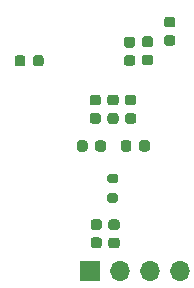
<source format=gbr>
%TF.GenerationSoftware,KiCad,Pcbnew,(5.1.10)-1*%
%TF.CreationDate,2021-10-26T10:29:25+05:30*%
%TF.ProjectId,RP2040+BMI,52503230-3430-42b4-924d-492e6b696361,rev?*%
%TF.SameCoordinates,Original*%
%TF.FileFunction,Soldermask,Bot*%
%TF.FilePolarity,Negative*%
%FSLAX46Y46*%
G04 Gerber Fmt 4.6, Leading zero omitted, Abs format (unit mm)*
G04 Created by KiCad (PCBNEW (5.1.10)-1) date 2021-10-26 10:29:25*
%MOMM*%
%LPD*%
G01*
G04 APERTURE LIST*
%ADD10O,1.700000X1.700000*%
%ADD11R,1.700000X1.700000*%
G04 APERTURE END LIST*
%TO.C,R2*%
G36*
G01*
X184845000Y-110255000D02*
X184295000Y-110255000D01*
G75*
G02*
X184095000Y-110055000I0J200000D01*
G01*
X184095000Y-109655000D01*
G75*
G02*
X184295000Y-109455000I200000J0D01*
G01*
X184845000Y-109455000D01*
G75*
G02*
X185045000Y-109655000I0J-200000D01*
G01*
X185045000Y-110055000D01*
G75*
G02*
X184845000Y-110255000I-200000J0D01*
G01*
G37*
G36*
G01*
X184845000Y-111905000D02*
X184295000Y-111905000D01*
G75*
G02*
X184095000Y-111705000I0J200000D01*
G01*
X184095000Y-111305000D01*
G75*
G02*
X184295000Y-111105000I200000J0D01*
G01*
X184845000Y-111105000D01*
G75*
G02*
X185045000Y-111305000I0J-200000D01*
G01*
X185045000Y-111705000D01*
G75*
G02*
X184845000Y-111905000I-200000J0D01*
G01*
G37*
%TD*%
D10*
%TO.C,J2*%
X190240000Y-117700000D03*
X187700000Y-117700000D03*
X185160000Y-117700000D03*
D11*
X182620000Y-117700000D03*
%TD*%
%TO.C,C19*%
G36*
G01*
X177175000Y-99650000D02*
X177175000Y-100150000D01*
G75*
G02*
X176950000Y-100375000I-225000J0D01*
G01*
X176500000Y-100375000D01*
G75*
G02*
X176275000Y-100150000I0J225000D01*
G01*
X176275000Y-99650000D01*
G75*
G02*
X176500000Y-99425000I225000J0D01*
G01*
X176950000Y-99425000D01*
G75*
G02*
X177175000Y-99650000I0J-225000D01*
G01*
G37*
G36*
G01*
X178725000Y-99650000D02*
X178725000Y-100150000D01*
G75*
G02*
X178500000Y-100375000I-225000J0D01*
G01*
X178050000Y-100375000D01*
G75*
G02*
X177825000Y-100150000I0J225000D01*
G01*
X177825000Y-99650000D01*
G75*
G02*
X178050000Y-99425000I225000J0D01*
G01*
X178500000Y-99425000D01*
G75*
G02*
X178725000Y-99650000I0J-225000D01*
G01*
G37*
%TD*%
%TO.C,C18*%
G36*
G01*
X186815000Y-107350000D02*
X186815000Y-106850000D01*
G75*
G02*
X187040000Y-106625000I225000J0D01*
G01*
X187490000Y-106625000D01*
G75*
G02*
X187715000Y-106850000I0J-225000D01*
G01*
X187715000Y-107350000D01*
G75*
G02*
X187490000Y-107575000I-225000J0D01*
G01*
X187040000Y-107575000D01*
G75*
G02*
X186815000Y-107350000I0J225000D01*
G01*
G37*
G36*
G01*
X185265000Y-107350000D02*
X185265000Y-106850000D01*
G75*
G02*
X185490000Y-106625000I225000J0D01*
G01*
X185940000Y-106625000D01*
G75*
G02*
X186165000Y-106850000I0J-225000D01*
G01*
X186165000Y-107350000D01*
G75*
G02*
X185940000Y-107575000I-225000J0D01*
G01*
X185490000Y-107575000D01*
G75*
G02*
X185265000Y-107350000I0J225000D01*
G01*
G37*
%TD*%
%TO.C,C15*%
G36*
G01*
X182850000Y-104325000D02*
X183350000Y-104325000D01*
G75*
G02*
X183575000Y-104550000I0J-225000D01*
G01*
X183575000Y-105000000D01*
G75*
G02*
X183350000Y-105225000I-225000J0D01*
G01*
X182850000Y-105225000D01*
G75*
G02*
X182625000Y-105000000I0J225000D01*
G01*
X182625000Y-104550000D01*
G75*
G02*
X182850000Y-104325000I225000J0D01*
G01*
G37*
G36*
G01*
X182850000Y-102775000D02*
X183350000Y-102775000D01*
G75*
G02*
X183575000Y-103000000I0J-225000D01*
G01*
X183575000Y-103450000D01*
G75*
G02*
X183350000Y-103675000I-225000J0D01*
G01*
X182850000Y-103675000D01*
G75*
G02*
X182625000Y-103450000I0J225000D01*
G01*
X182625000Y-103000000D01*
G75*
G02*
X182850000Y-102775000I225000J0D01*
G01*
G37*
%TD*%
%TO.C,C11*%
G36*
G01*
X182445000Y-106860000D02*
X182445000Y-107360000D01*
G75*
G02*
X182220000Y-107585000I-225000J0D01*
G01*
X181770000Y-107585000D01*
G75*
G02*
X181545000Y-107360000I0J225000D01*
G01*
X181545000Y-106860000D01*
G75*
G02*
X181770000Y-106635000I225000J0D01*
G01*
X182220000Y-106635000D01*
G75*
G02*
X182445000Y-106860000I0J-225000D01*
G01*
G37*
G36*
G01*
X183995000Y-106860000D02*
X183995000Y-107360000D01*
G75*
G02*
X183770000Y-107585000I-225000J0D01*
G01*
X183320000Y-107585000D01*
G75*
G02*
X183095000Y-107360000I0J225000D01*
G01*
X183095000Y-106860000D01*
G75*
G02*
X183320000Y-106635000I225000J0D01*
G01*
X183770000Y-106635000D01*
G75*
G02*
X183995000Y-106860000I0J-225000D01*
G01*
G37*
%TD*%
%TO.C,C9*%
G36*
G01*
X186250000Y-98775000D02*
X185750000Y-98775000D01*
G75*
G02*
X185525000Y-98550000I0J225000D01*
G01*
X185525000Y-98100000D01*
G75*
G02*
X185750000Y-97875000I225000J0D01*
G01*
X186250000Y-97875000D01*
G75*
G02*
X186475000Y-98100000I0J-225000D01*
G01*
X186475000Y-98550000D01*
G75*
G02*
X186250000Y-98775000I-225000J0D01*
G01*
G37*
G36*
G01*
X186250000Y-100325000D02*
X185750000Y-100325000D01*
G75*
G02*
X185525000Y-100100000I0J225000D01*
G01*
X185525000Y-99650000D01*
G75*
G02*
X185750000Y-99425000I225000J0D01*
G01*
X186250000Y-99425000D01*
G75*
G02*
X186475000Y-99650000I0J-225000D01*
G01*
X186475000Y-100100000D01*
G75*
G02*
X186250000Y-100325000I-225000J0D01*
G01*
G37*
%TD*%
%TO.C,C8*%
G36*
G01*
X185840000Y-104325000D02*
X186340000Y-104325000D01*
G75*
G02*
X186565000Y-104550000I0J-225000D01*
G01*
X186565000Y-105000000D01*
G75*
G02*
X186340000Y-105225000I-225000J0D01*
G01*
X185840000Y-105225000D01*
G75*
G02*
X185615000Y-105000000I0J225000D01*
G01*
X185615000Y-104550000D01*
G75*
G02*
X185840000Y-104325000I225000J0D01*
G01*
G37*
G36*
G01*
X185840000Y-102775000D02*
X186340000Y-102775000D01*
G75*
G02*
X186565000Y-103000000I0J-225000D01*
G01*
X186565000Y-103450000D01*
G75*
G02*
X186340000Y-103675000I-225000J0D01*
G01*
X185840000Y-103675000D01*
G75*
G02*
X185615000Y-103450000I0J225000D01*
G01*
X185615000Y-103000000D01*
G75*
G02*
X185840000Y-102775000I225000J0D01*
G01*
G37*
%TD*%
%TO.C,C7*%
G36*
G01*
X187770000Y-98725000D02*
X187270000Y-98725000D01*
G75*
G02*
X187045000Y-98500000I0J225000D01*
G01*
X187045000Y-98050000D01*
G75*
G02*
X187270000Y-97825000I225000J0D01*
G01*
X187770000Y-97825000D01*
G75*
G02*
X187995000Y-98050000I0J-225000D01*
G01*
X187995000Y-98500000D01*
G75*
G02*
X187770000Y-98725000I-225000J0D01*
G01*
G37*
G36*
G01*
X187770000Y-100275000D02*
X187270000Y-100275000D01*
G75*
G02*
X187045000Y-100050000I0J225000D01*
G01*
X187045000Y-99600000D01*
G75*
G02*
X187270000Y-99375000I225000J0D01*
G01*
X187770000Y-99375000D01*
G75*
G02*
X187995000Y-99600000I0J-225000D01*
G01*
X187995000Y-100050000D01*
G75*
G02*
X187770000Y-100275000I-225000J0D01*
G01*
G37*
%TD*%
%TO.C,C6*%
G36*
G01*
X184940000Y-114225000D02*
X184440000Y-114225000D01*
G75*
G02*
X184215000Y-114000000I0J225000D01*
G01*
X184215000Y-113550000D01*
G75*
G02*
X184440000Y-113325000I225000J0D01*
G01*
X184940000Y-113325000D01*
G75*
G02*
X185165000Y-113550000I0J-225000D01*
G01*
X185165000Y-114000000D01*
G75*
G02*
X184940000Y-114225000I-225000J0D01*
G01*
G37*
G36*
G01*
X184940000Y-115775000D02*
X184440000Y-115775000D01*
G75*
G02*
X184215000Y-115550000I0J225000D01*
G01*
X184215000Y-115100000D01*
G75*
G02*
X184440000Y-114875000I225000J0D01*
G01*
X184940000Y-114875000D01*
G75*
G02*
X185165000Y-115100000I0J-225000D01*
G01*
X185165000Y-115550000D01*
G75*
G02*
X184940000Y-115775000I-225000J0D01*
G01*
G37*
%TD*%
%TO.C,C5*%
G36*
G01*
X182930000Y-114855000D02*
X183430000Y-114855000D01*
G75*
G02*
X183655000Y-115080000I0J-225000D01*
G01*
X183655000Y-115530000D01*
G75*
G02*
X183430000Y-115755000I-225000J0D01*
G01*
X182930000Y-115755000D01*
G75*
G02*
X182705000Y-115530000I0J225000D01*
G01*
X182705000Y-115080000D01*
G75*
G02*
X182930000Y-114855000I225000J0D01*
G01*
G37*
G36*
G01*
X182930000Y-113305000D02*
X183430000Y-113305000D01*
G75*
G02*
X183655000Y-113530000I0J-225000D01*
G01*
X183655000Y-113980000D01*
G75*
G02*
X183430000Y-114205000I-225000J0D01*
G01*
X182930000Y-114205000D01*
G75*
G02*
X182705000Y-113980000I0J225000D01*
G01*
X182705000Y-113530000D01*
G75*
G02*
X182930000Y-113305000I225000J0D01*
G01*
G37*
%TD*%
%TO.C,C3*%
G36*
G01*
X189150000Y-97725000D02*
X189650000Y-97725000D01*
G75*
G02*
X189875000Y-97950000I0J-225000D01*
G01*
X189875000Y-98400000D01*
G75*
G02*
X189650000Y-98625000I-225000J0D01*
G01*
X189150000Y-98625000D01*
G75*
G02*
X188925000Y-98400000I0J225000D01*
G01*
X188925000Y-97950000D01*
G75*
G02*
X189150000Y-97725000I225000J0D01*
G01*
G37*
G36*
G01*
X189150000Y-96175000D02*
X189650000Y-96175000D01*
G75*
G02*
X189875000Y-96400000I0J-225000D01*
G01*
X189875000Y-96850000D01*
G75*
G02*
X189650000Y-97075000I-225000J0D01*
G01*
X189150000Y-97075000D01*
G75*
G02*
X188925000Y-96850000I0J225000D01*
G01*
X188925000Y-96400000D01*
G75*
G02*
X189150000Y-96175000I225000J0D01*
G01*
G37*
%TD*%
%TO.C,C2*%
G36*
G01*
X184350000Y-104325000D02*
X184850000Y-104325000D01*
G75*
G02*
X185075000Y-104550000I0J-225000D01*
G01*
X185075000Y-105000000D01*
G75*
G02*
X184850000Y-105225000I-225000J0D01*
G01*
X184350000Y-105225000D01*
G75*
G02*
X184125000Y-105000000I0J225000D01*
G01*
X184125000Y-104550000D01*
G75*
G02*
X184350000Y-104325000I225000J0D01*
G01*
G37*
G36*
G01*
X184350000Y-102775000D02*
X184850000Y-102775000D01*
G75*
G02*
X185075000Y-103000000I0J-225000D01*
G01*
X185075000Y-103450000D01*
G75*
G02*
X184850000Y-103675000I-225000J0D01*
G01*
X184350000Y-103675000D01*
G75*
G02*
X184125000Y-103450000I0J225000D01*
G01*
X184125000Y-103000000D01*
G75*
G02*
X184350000Y-102775000I225000J0D01*
G01*
G37*
%TD*%
M02*

</source>
